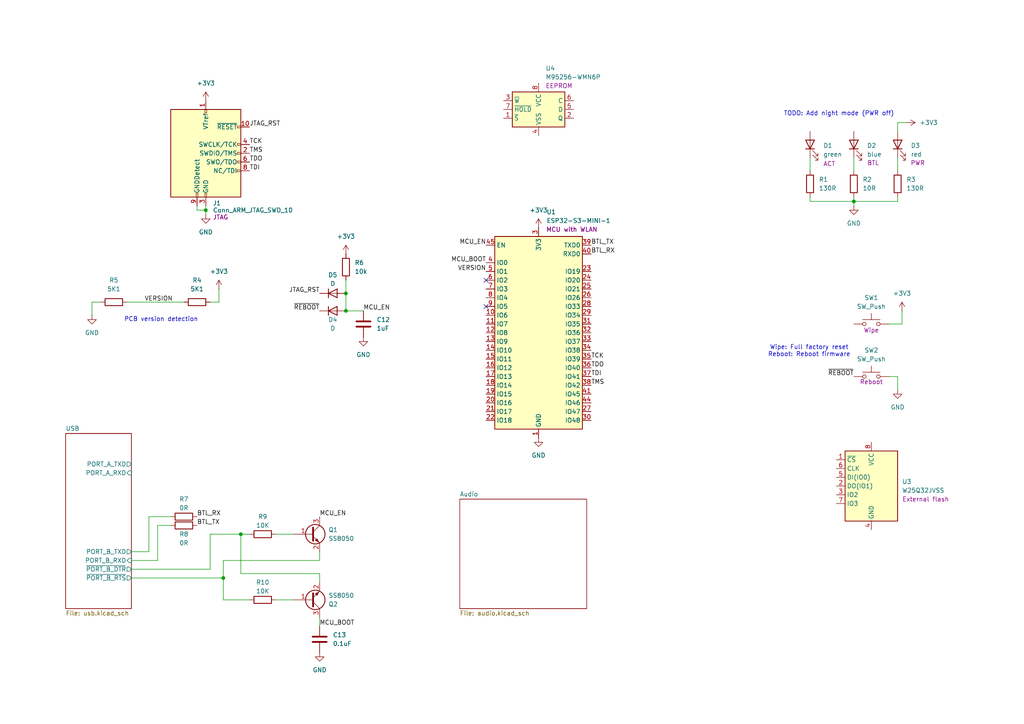
<source format=kicad_sch>
(kicad_sch (version 20231120) (generator "eeschema") (generator_version "8.0")
  (paper "A4")
  (title_block (title "soundbox"))
  (lib_symbols
    (symbol "Connector:Conn_ARM_JTAG_SWD_10" (pin_names (offset 1.016))
      (property "Reference" "J" (at -2.54 16.51 0))
      (property "Value" "Conn_ARM_JTAG_SWD_10" (at -2.54 13.97 0))
      (symbol "Conn_ARM_JTAG_SWD_10_0_1"
        (rectangle (start -10.16 12.7) (end 10.16 -12.7) (stroke (width 0.254)) (fill (type background)))
        (rectangle (start -2.794 -12.7) (end -2.286 -11.684))
        (rectangle (start -0.254 -12.7) (end 0.254 -11.684))
        (rectangle (start -0.254 12.7) (end 0.254 11.684))
        (rectangle (start 9.144 2.286) (end 10.16 2.794))
        (rectangle (start 10.16 -2.794) (end 9.144 -2.286))
        (rectangle (start 10.16 -0.254) (end 9.144 0.254))
        (rectangle (start 10.16 7.874) (end 9.144 7.366))
      )
      (symbol "Conn_ARM_JTAG_SWD_10_1_1"
        (rectangle (start 9.144 -5.334) (end 10.16 -4.826))
        (pin power_in line (at 0 15.24 270) (length 2.54) (name "VTref") (number "1"))
        (pin open_collector line (at 12.7 7.62 180) (length 2.54) (name "~{RESET}") (number "10"))
        (pin bidirectional line (at 12.7 0 180) (length 2.54) (name "SWDIO/TMS") (number "2"))
        (pin power_in line (at 0 -15.24 90) (length 2.54) (name "GND") (number "3"))
        (pin output line (at 12.7 2.54 180) (length 2.54) (name "SWCLK/TCK") (number "4"))
        (pin passive line (at 0 -15.24 90) (length 2.54) hide (name "GND") (number "5"))
        (pin input line (at 12.7 -2.54 180) (length 2.54) (name "SWO/TDO") (number "6"))
        (pin no_connect line (at -10.16 0 0) (length 2.54) hide (name "KEY") (number "7"))
        (pin output line (at 12.7 -5.08 180) (length 2.54) (name "NC/TDI") (number "8"))
        (pin passive line (at -2.54 -15.24 90) (length 2.54) (name "GNDDetect") (number "9"))
      )
    )
    (symbol "Device:C" (pin_numbers hide) (pin_names (offset 0.254))
      (property "Reference" "C" (at 0.635 2.54 0))
      (property "Value" "C" (at 0.635 -2.54 0))
      (symbol "C_0_1"
        (polyline (pts (xy -2.032 -0.762) (xy 2.032 -0.762)) (stroke (width 0.508)))
        (polyline (pts (xy -2.032 0.762) (xy 2.032 0.762)) (stroke (width 0.508)))
      )
      (symbol "C_1_1"
        (pin passive line (at 0 3.81 270) (length 2.794) (name "~") (number "1"))
        (pin passive line (at 0 -3.81 90) (length 2.794) (name "~") (number "2"))
      )
    )
    (symbol "Device:D" (pin_numbers hide) (pin_names (offset 1.016) hide)
      (property "Reference" "D" (at 0 2.54 0))
      (property "Value" "D" (at 0 -2.54 0))
      (symbol "D_0_1"
        (polyline (pts (xy -1.27 1.27) (xy -1.27 -1.27)) (stroke (width 0.254)))
        (polyline (pts (xy 1.27 0) (xy -1.27 0)))
        (polyline (pts (xy 1.27 1.27) (xy 1.27 -1.27) (xy -1.27 0) (xy 1.27 1.27)) (stroke (width 0.254)))
      )
      (symbol "D_1_1"
        (pin passive line (at -3.81 0 0) (length 2.54) (name "K") (number "1"))
        (pin passive line (at 3.81 0 180) (length 2.54) (name "A") (number "2"))
      )
    )
    (symbol "Device:LED" (pin_numbers hide) (pin_names (offset 1.016) hide)
      (property "Reference" "D" (at 0 2.54 0))
      (property "Value" "LED" (at 0 -2.54 0))
      (symbol "LED_0_1"
        (polyline (pts (xy -1.27 -1.27) (xy -1.27 1.27)) (stroke (width 0.254)))
        (polyline (pts (xy -1.27 0) (xy 1.27 0)))
        (polyline (pts (xy 1.27 -1.27) (xy 1.27 1.27) (xy -1.27 0) (xy 1.27 -1.27)) (stroke (width 0.254)))
        (polyline (pts (xy -3.048 -0.762) (xy -4.572 -2.286) (xy -3.81 -2.286) (xy -4.572 -2.286) (xy -4.572 -1.524)))
        (polyline (pts (xy -1.778 -0.762) (xy -3.302 -2.286) (xy -2.54 -2.286) (xy -3.302 -2.286) (xy -3.302 -1.524)))
      )
      (symbol "LED_1_1"
        (pin passive line (at -3.81 0 0) (length 2.54) (name "K") (number "1"))
        (pin passive line (at 3.81 0 180) (length 2.54) (name "A") (number "2"))
      )
    )
    (symbol "Device:R" (pin_numbers hide) (pin_names (offset 0))
      (property "Reference" "R" (at 2.032 0 90))
      (property "Value" "R" (at 0 0 90))
      (symbol "R_0_1"
        (rectangle (start -1.016 -2.54) (end 1.016 2.54) (stroke (width 0.254)))
      )
      (symbol "R_1_1"
        (pin passive line (at 0 3.81 270) (length 1.27) (name "~") (number "1"))
        (pin passive line (at 0 -3.81 90) (length 1.27) (name "~") (number "2"))
      )
    )
    (symbol "Memory_EEPROM:M95256-WMN6P"
      (property "Reference" "U" (at -7.62 6.35 0))
      (property "Value" "M95256-WMN6P" (at 2.54 -6.35 0))
      (symbol "M95256-WMN6P_1_1"
        (rectangle (start -7.62 5.08) (end 7.62 -5.08) (stroke (width 0.254)) (fill (type background)))
        (pin input line (at -10.16 -2.54 0) (length 2.54) (name "~{S}") (number "1"))
        (pin output line (at 10.16 -2.54 180) (length 2.54) (name "Q") (number "2"))
        (pin input line (at -10.16 2.54 0) (length 2.54) (name "~{W}") (number "3"))
        (pin power_in line (at 0 -7.62 90) (length 2.54) (name "VSS") (number "4"))
        (pin input line (at 10.16 0 180) (length 2.54) (name "D") (number "5"))
        (pin input line (at 10.16 2.54 180) (length 2.54) (name "C") (number "6"))
        (pin input line (at -10.16 0 0) (length 2.54) (name "~{HOLD}") (number "7"))
        (pin power_in line (at 0 7.62 270) (length 2.54) (name "VCC") (number "8"))
      )
    )
    (symbol "Memory_Flash:W25Q32JVSS"
      (property "Reference" "U" (at -6.35 11.43 0))
      (property "Value" "W25Q32JVSS" (at 7.62 11.43 0))
      (symbol "W25Q32JVSS_0_1"
        (rectangle (start -7.62 10.16) (end 7.62 -10.16) (stroke (width 0.254)) (fill (type background)))
      )
      (symbol "W25Q32JVSS_1_1"
        (pin input line (at -10.16 7.62 0) (length 2.54) (name "~{CS}") (number "1"))
        (pin bidirectional line (at -10.16 0 0) (length 2.54) (name "DO(IO1)") (number "2"))
        (pin bidirectional line (at -10.16 -2.54 0) (length 2.54) (name "IO2") (number "3"))
        (pin power_in line (at 0 -12.7 90) (length 2.54) (name "GND") (number "4"))
        (pin bidirectional line (at -10.16 2.54 0) (length 2.54) (name "DI(IO0)") (number "5"))
        (pin input line (at -10.16 5.08 0) (length 2.54) (name "CLK") (number "6"))
        (pin bidirectional line (at -10.16 -5.08 0) (length 2.54) (name "IO3") (number "7"))
        (pin power_in line (at 0 12.7 270) (length 2.54) (name "VCC") (number "8"))
      )
    )
    (symbol "RF_Module:ESP32-S3-MINI-1"
      (property "Reference" "U" (at -11.43 29.21 0))
      (property "Value" "ESP32-S3-MINI-1" (at 12.7 29.21 0))
      (symbol "ESP32-S3-MINI-1_0_1"
        (rectangle (start -12.7 27.94) (end 12.7 -27.94) (stroke (width 0.254)) (fill (type background)))
      )
      (symbol "ESP32-S3-MINI-1_1_1"
        (pin power_in line (at 0 -30.48 90) (length 2.54) (name "GND") (number "1"))
        (pin bidirectional line (at -15.24 5.08 0) (length 2.54) (name "IO6") (number "10"))
        (pin bidirectional line (at -15.24 2.54 0) (length 2.54) (name "IO7") (number "11"))
        (pin bidirectional line (at -15.24 0 0) (length 2.54) (name "IO8") (number "12"))
        (pin bidirectional line (at -15.24 -2.54 0) (length 2.54) (name "IO9") (number "13"))
        (pin bidirectional line (at -15.24 -5.08 0) (length 2.54) (name "IO10") (number "14"))
        (pin bidirectional line (at -15.24 -7.62 0) (length 2.54) (name "IO11") (number "15"))
        (pin bidirectional line (at -15.24 -10.16 0) (length 2.54) (name "IO12") (number "16"))
        (pin bidirectional line (at -15.24 -12.7 0) (length 2.54) (name "IO13") (number "17"))
        (pin bidirectional line (at -15.24 -15.24 0) (length 2.54) (name "IO14") (number "18"))
        (pin bidirectional line (at -15.24 -17.78 0) (length 2.54) (name "IO15") (number "19"))
        (pin passive line (at 0 -30.48 90) (length 2.54) hide (name "GND") (number "2"))
        (pin bidirectional line (at -15.24 -20.32 0) (length 2.54) (name "IO16") (number "20"))
        (pin bidirectional line (at -15.24 -22.86 0) (length 2.54) (name "IO17") (number "21"))
        (pin bidirectional line (at -15.24 -25.4 0) (length 2.54) (name "IO18") (number "22"))
        (pin bidirectional line (at 15.24 17.78 180) (length 2.54) (name "IO19") (number "23"))
        (pin bidirectional line (at 15.24 15.24 180) (length 2.54) (name "IO20") (number "24"))
        (pin bidirectional line (at 15.24 12.7 180) (length 2.54) (name "IO21") (number "25"))
        (pin bidirectional line (at 15.24 10.16 180) (length 2.54) (name "IO26") (number "26"))
        (pin bidirectional line (at 15.24 -22.86 180) (length 2.54) (name "IO47") (number "27"))
        (pin bidirectional line (at 15.24 7.62 180) (length 2.54) (name "IO33") (number "28"))
        (pin bidirectional line (at 15.24 5.08 180) (length 2.54) (name "IO34") (number "29"))
        (pin power_in line (at 0 30.48 270) (length 2.54) (name "3V3") (number "3"))
        (pin bidirectional line (at 15.24 -25.4 180) (length 2.54) (name "IO48") (number "30"))
        (pin bidirectional line (at 15.24 2.54 180) (length 2.54) (name "IO35") (number "31"))
        (pin bidirectional line (at 15.24 0 180) (length 2.54) (name "IO36") (number "32"))
        (pin bidirectional line (at 15.24 -2.54 180) (length 2.54) (name "IO37") (number "33"))
        (pin bidirectional line (at 15.24 -5.08 180) (length 2.54) (name "IO38") (number "34"))
        (pin bidirectional line (at 15.24 -7.62 180) (length 2.54) (name "IO39") (number "35"))
        (pin bidirectional line (at 15.24 -10.16 180) (length 2.54) (name "IO40") (number "36"))
        (pin bidirectional line (at 15.24 -12.7 180) (length 2.54) (name "IO41") (number "37"))
        (pin bidirectional line (at 15.24 -15.24 180) (length 2.54) (name "IO42") (number "38"))
        (pin bidirectional line (at 15.24 25.4 180) (length 2.54) (name "TXD0") (number "39"))
        (pin bidirectional line (at -15.24 20.32 0) (length 2.54) (name "IO0") (number "4"))
        (pin bidirectional line (at 15.24 22.86 180) (length 2.54) (name "RXD0") (number "40"))
        (pin bidirectional line (at 15.24 -17.78 180) (length 2.54) (name "IO45") (number "41"))
        (pin passive line (at 0 -30.48 90) (length 2.54) hide (name "GND") (number "42"))
        (pin passive line (at 0 -30.48 90) (length 2.54) hide (name "GND") (number "43"))
        (pin bidirectional line (at 15.24 -20.32 180) (length 2.54) (name "IO46") (number "44"))
        (pin input line (at -15.24 25.4 0) (length 2.54) (name "EN") (number "45"))
        (pin passive line (at 0 -30.48 90) (length 2.54) hide (name "GND") (number "46"))
        (pin passive line (at 0 -30.48 90) (length 2.54) hide (name "GND") (number "47"))
        (pin passive line (at 0 -30.48 90) (length 2.54) hide (name "GND") (number "48"))
        (pin passive line (at 0 -30.48 90) (length 2.54) hide (name "GND") (number "49"))
        (pin bidirectional line (at -15.24 17.78 0) (length 2.54) (name "IO1") (number "5"))
        (pin passive line (at 0 -30.48 90) (length 2.54) hide (name "GND") (number "50"))
        (pin passive line (at 0 -30.48 90) (length 2.54) hide (name "GND") (number "51"))
        (pin passive line (at 0 -30.48 90) (length 2.54) hide (name "GND") (number "52"))
        (pin passive line (at 0 -30.48 90) (length 2.54) hide (name "GND") (number "53"))
        (pin passive line (at 0 -30.48 90) (length 2.54) hide (name "GND") (number "54"))
        (pin passive line (at 0 -30.48 90) (length 2.54) hide (name "GND") (number "55"))
        (pin passive line (at 0 -30.48 90) (length 2.54) hide (name "GND") (number "56"))
        (pin passive line (at 0 -30.48 90) (length 2.54) hide (name "GND") (number "57"))
        (pin passive line (at 0 -30.48 90) (length 2.54) hide (name "GND") (number "58"))
        (pin passive line (at 0 -30.48 90) (length 2.54) hide (name "GND") (number "59"))
        (pin bidirectional line (at -15.24 15.24 0) (length 2.54) (name "IO2") (number "6"))
        (pin passive line (at 0 -30.48 90) (length 2.54) hide (name "GND") (number "60"))
        (pin passive line (at 0 -30.48 90) (length 2.54) hide (name "GND") (number "61"))
        (pin passive line (at 0 -30.48 90) (length 2.54) hide (name "GND") (number "62"))
        (pin passive line (at 0 -30.48 90) (length 2.54) hide (name "GND") (number "63"))
        (pin passive line (at 0 -30.48 90) (length 2.54) hide (name "GND") (number "64"))
        (pin passive line (at 0 -30.48 90) (length 2.54) hide (name "GND") (number "65"))
        (pin bidirectional line (at -15.24 12.7 0) (length 2.54) (name "IO3") (number "7"))
        (pin bidirectional line (at -15.24 10.16 0) (length 2.54) (name "IO4") (number "8"))
        (pin bidirectional line (at -15.24 7.62 0) (length 2.54) (name "IO5") (number "9"))
      )
    )
    (symbol "Switch:SW_Push" (pin_numbers hide) (pin_names (offset 1.016) hide)
      (property "Reference" "SW" (at 1.27 2.54 0))
      (property "Value" "SW_Push" (at 0 -1.524 0))
      (symbol "SW_Push_0_1"
        (circle (center -2.032 0) (radius 0.508))
        (polyline (pts (xy 0 1.27) (xy 0 3.048)))
        (polyline (pts (xy 2.54 1.27) (xy -2.54 1.27)))
        (circle (center 2.032 0) (radius 0.508))
        (pin passive line (at -5.08 0 0) (length 2.54) (name "1") (number "1"))
        (pin passive line (at 5.08 0 180) (length 2.54) (name "2") (number "2"))
      )
    )
    (symbol "Transistor_BJT:SS8050" (pin_names (offset 0) hide)
      (property "Reference" "Q" (at 5.08 1.905 0))
      (property "Value" "SS8050" (at 5.08 0 0))
      (symbol "SS8050_0_1"
        (polyline (pts (xy 0.635 0.635) (xy 2.54 2.54)))
        (polyline (pts (xy 0.635 -0.635) (xy 2.54 -2.54) (xy 2.54 -2.54)))
        (polyline (pts (xy 0.635 1.905) (xy 0.635 -1.905) (xy 0.635 -1.905)) (stroke (width 0.508)))
        (polyline (pts (xy 1.27 -1.778) (xy 1.778 -1.27) (xy 2.286 -2.286) (xy 1.27 -1.778) (xy 1.27 -1.778)) (fill (type outline)))
        (circle (center 1.27 0) (radius 2.8194) (stroke (width 0.254)))
      )
      (symbol "SS8050_1_1"
        (pin input line (at -5.08 0 0) (length 5.715) (name "B") (number "1"))
        (pin passive line (at 2.54 -5.08 90) (length 2.54) (name "E") (number "2"))
        (pin passive line (at 2.54 5.08 270) (length 2.54) (name "C") (number "3"))
      )
    )
    (symbol "power:+3V3" (power) (pin_numbers hide) (pin_names (offset 0) hide)
      (property "Value" "+3V3" (at 0 3.556 0))
      (symbol "+3V3_0_1"
        (polyline (pts (xy -0.762 1.27) (xy 0 2.54)))
        (polyline (pts (xy 0 0) (xy 0 2.54)))
        (polyline (pts (xy 0 2.54) (xy 0.762 1.27)))
      )
      (symbol "+3V3_1_1"
        (pin power_in line (at 0 0 90) (length 0) (name "~") (number "1"))
      )
    )
    (symbol "power:GND" (power) (pin_numbers hide) (pin_names (offset 0) hide)
      (property "Value" "GND" (at 0 -3.81 0))
      (symbol "GND_0_1"
        (polyline (pts (xy 0 0) (xy 0 -1.27) (xy 1.27 -1.27) (xy 0 -2.54) (xy -1.27 -1.27) (xy 0 -1.27)))
      )
      (symbol "GND_1_1"
        (pin power_in line (at 0 0 270) (length 0) (name "~") (number "1"))
      )
    )
  )
  (junction (at 100.33 90.17))
  (junction (at 59.69 60.96))
  (junction (at 100.33 85.09))
  (junction (at 247.65 58.42))
  (junction (at 64.77 167.64))
  (junction (at 69.85 154.94))
  (no_connect (at 140.97 88.9))
  (no_connect (at 140.97 81.28))
  (wire (pts (xy 260.35 57.15) (xy 260.35 58.42)))
  (wire (pts (xy 45.72 152.4) (xy 49.53 152.4)))
  (wire (pts (xy 60.96 154.94) (xy 69.85 154.94)))
  (wire (pts (xy 80.01 154.94) (xy 85.09 154.94)))
  (wire (pts (xy 38.1 165.1) (xy 60.96 165.1)))
  (wire (pts (xy 64.77 167.64) (xy 64.77 173.99)))
  (wire (pts (xy 64.77 162.56) (xy 64.77 167.64)))
  (wire (pts (xy 38.1 167.64) (xy 64.77 167.64)))
  (wire (pts (xy 234.95 58.42) (xy 247.65 58.42)))
  (wire (pts (xy 234.95 45.72) (xy 234.95 49.53)))
  (wire (pts (xy 92.71 160.02) (xy 92.71 162.56)))
  (wire (pts (xy 60.96 165.1) (xy 60.96 154.94)))
  (wire (pts (xy 36.83 87.63) (xy 53.34 87.63)))
  (wire (pts (xy 57.15 59.69) (xy 57.15 60.96)))
  (wire (pts (xy 260.35 109.22) (xy 260.35 113.03)))
  (wire (pts (xy 257.81 93.98) (xy 261.62 93.98)))
  (wire (pts (xy 69.85 154.94) (xy 72.39 154.94)))
  (wire (pts (xy 257.81 109.22) (xy 260.35 109.22)))
  (wire (pts (xy 26.67 87.63) (xy 29.21 87.63)))
  (wire (pts (xy 261.62 90.17) (xy 261.62 93.98)))
  (wire (pts (xy 59.69 62.23) (xy 59.69 60.96)))
  (wire (pts (xy 92.71 168.91) (xy 92.71 166.37)))
  (wire (pts (xy 80.01 173.99) (xy 85.09 173.99)))
  (wire (pts (xy 64.77 173.99) (xy 72.39 173.99)))
  (wire (pts (xy 38.1 160.02) (xy 43.18 160.02)))
  (wire (pts (xy 92.71 179.07) (xy 92.71 181.61)))
  (wire (pts (xy 59.69 60.96) (xy 57.15 60.96)))
  (wire (pts (xy 100.33 85.09) (xy 100.33 90.17)))
  (wire (pts (xy 260.35 35.56) (xy 262.89 35.56)))
  (wire (pts (xy 247.65 58.42) (xy 247.65 59.69)))
  (wire (pts (xy 100.33 90.17) (xy 105.41 90.17)))
  (wire (pts (xy 260.35 38.1) (xy 260.35 35.56)))
  (wire (pts (xy 43.18 149.86) (xy 49.53 149.86)))
  (wire (pts (xy 63.5 87.63) (xy 63.5 83.82)))
  (wire (pts (xy 100.33 81.28) (xy 100.33 85.09)))
  (wire (pts (xy 92.71 162.56) (xy 64.77 162.56)))
  (wire (pts (xy 43.18 160.02) (xy 43.18 149.86)))
  (wire (pts (xy 92.71 166.37) (xy 69.85 166.37)))
  (wire (pts (xy 38.1 162.56) (xy 45.72 162.56)))
  (wire (pts (xy 45.72 162.56) (xy 45.72 152.4)))
  (wire (pts (xy 69.85 166.37) (xy 69.85 154.94)))
  (wire (pts (xy 26.67 91.44) (xy 26.67 87.63)))
  (wire (pts (xy 60.96 87.63) (xy 63.5 87.63)))
  (wire (pts (xy 247.65 45.72) (xy 247.65 49.53)))
  (wire (pts (xy 260.35 45.72) (xy 260.35 49.53)))
  (wire (pts (xy 247.65 57.15) (xy 247.65 58.42)))
  (wire (pts (xy 59.69 59.69) (xy 59.69 60.96)))
  (wire (pts (xy 247.65 58.42) (xy 260.35 58.42)))
  (wire (pts (xy 234.95 57.15) (xy 234.95 58.42)))
  (text "Wipe: Full factory reset\nReboot: Reboot firmware" (at 234.696 101.854 0) (effects (font (size 1.27 1.27))))
  (text "TODO: Add night mode (PWR off)" (at 243.332 33.02 0) (effects (font (size 1.27 1.27))))
  (text "PCB version detection" (at 46.736 92.71 0) (effects (font (size 1.27 1.27))))
  (label "VERSION" (at 41.91 87.63 0))
  (label "TCK" (at 72.39 41.91 0))
  (label "~{REBOOT}" (at 92.71 90.17 180))
  (label "~{REBOOT}" (at 247.65 109.22 180))
  (label "TDI" (at 171.45 109.22 0))
  (label "BTL_RX" (at 171.45 73.66 0))
  (label "TDO" (at 171.45 106.68 0))
  (label "JTAG_RST" (at 92.71 85.09 180))
  (label "MCU_EN" (at 140.97 71.12 180))
  (label "MCU_EN" (at 92.71 149.86 0))
  (label "MCU_BOOT" (at 92.71 181.61 0))
  (label "MCU_BOOT" (at 140.97 76.2 180))
  (label "BTL_RX" (at 57.15 149.86 0))
  (label "JTAG_RST" (at 72.39 36.83 0))
  (label "MCU_EN" (at 105.41 90.17 0))
  (label "TCK" (at 171.45 104.14 0))
  (label "TDO" (at 72.39 46.99 0))
  (label "BTL_TX" (at 171.45 71.12 0))
  (label "BTL_TX" (at 57.15 152.4 0))
  (label "TMS" (at 72.39 44.45 0))
  (label "TMS" (at 171.45 111.76 0))
  (label "VERSION" (at 140.97 78.74 180))
  (label "TDI" (at 72.39 49.53 0))
  (symbol (lib_id "power:GND") (at 156.21 127 0) (unit 1)
    (property "Reference" "#PWR015" (effects (hide yes)))
    (property "Value" "GND" (at 156.21 132.08 0))
    (property "Description" "Power symbol creates a global label with name \"GND\" , ground" (effects (hide yes)))
  )
  (symbol (lib_id "power:GND") (at 247.65 59.69 0) (unit 1)
    (property "Reference" "#PWR012" (effects (hide yes)))
    (property "Value" "GND" (at 247.65 64.77 0))
    (property "Description" "Power symbol creates a global label with name \"GND\" , ground" (effects (hide yes)))
  )
  (symbol (lib_id "Device:R") (at 76.2 154.94 270) (unit 1)
    (property "Reference" "R9" (at 76.2 149.86 90))
    (property "Value" "10K" (at 76.2 152.4 90))
    (property "Description" "Resistor" (effects (hide yes)))
  )
  (symbol (lib_id "power:GND") (at 26.67 91.44 0) (unit 1)
    (property "Reference" "#PWR01" (effects (hide yes)))
    (property "Value" "GND" (at 26.67 96.52 0))
    (property "Description" "Power symbol creates a global label with name \"GND\" , ground" (effects (hide yes)))
  )
  (symbol (lib_id "RF_Module:ESP32-S3-MINI-1") (at 156.21 96.52 0) (unit 1)
    (property "Reference" "U1" (at 158.496 61.468 0) (effects (justify left)))
    (property "Value" "ESP32-S3-MINI-1" (at 158.496 64.008 0) (effects (justify left)))
    (property "Footprint" "RF_Module:ESP32-S2-MINI-1" (effects (hide yes)))
    (property "Datasheet" "https://www.espressif.com/sites/default/files/documentation/esp32-s3-mini-1_mini-1u_datasheet_en.pdf" (effects (hide yes)))
    (property "Description" "MCU with WLAN" (at 165.862 66.548 0))
    (property "MPN" "ESP32-S3-MINI-1-N8" (effects (hide yes)))
    (property "Manufacturer" "Espressif Systems" (effects (hide yes)))
  )
  (symbol (lib_id "Memory_Flash:W25Q32JVSS") (at 252.73 140.97 0) (unit 1)
    (property "Reference" "U3" (at 261.62 139.6999 0) (effects (justify left)))
    (property "Value" "W25Q32JVSS" (at 261.62 142.2399 0) (effects (justify left)))
    (property "Footprint" "Package_SO:SOIC-8_5.23x5.23mm_P1.27mm" (effects (hide yes)))
    (property "Datasheet" "http://www.winbond.com/resource-files/w25q32jv%20revg%2003272018%20plus.pdf" (effects (hide yes)))
    (property "Description" "External flash" (at 268.478 144.78 0))
    (property "MPN" "W25Q32JVSSIQ" (effects (hide yes)))
    (property "Manufacturer" "Winbond Electronics" (effects (hide yes)))
  )
  (symbol (lib_id "Connector:Conn_ARM_JTAG_SWD_10") (at 59.69 44.45 0) (unit 1)
    (property "Reference" "J1" (at 61.722 58.928 0) (effects (justify left)))
    (property "Value" "Conn_ARM_JTAG_SWD_10" (at 61.722 60.96 0) (effects (justify left)))
    (property "Datasheet" "https://mm.digikey.com/Volume0/opasdata/d220001/medias/docus/6209/ftsh-1xx-xx-xxx-dv-xxx-xxx-x-xx-mkt.pdf" (effects (hide yes)))
    (property "Description" "JTAG" (at 61.722 62.992 0) (effects (justify left)))
    (property "MPN" "FTSH-105-01-L-DV-007-K-TR" (effects (hide yes)))
    (property "Manufacturer" "samtec" (effects (hide yes)))
  )
  (symbol (lib_id "Switch:SW_Push") (at 252.73 109.22 0) (unit 1)
    (property "Reference" "SW2" (at 252.73 101.6 0))
    (property "Value" "SW_Push" (at 252.73 104.14 0))
    (property "Footprint" "Button_Switch_SMD:SW_SPST_TL3305B" (effects (hide yes)))
    (property "Datasheet" "https://www.e-switch.com/wp-content/uploads/2024/08/TL3305.pdf" (effects (hide yes)))
    (property "Description" "Reboot" (at 252.73 110.744 0))
    (property "MPN" "TL3305BF260QG" (effects (hide yes)))
    (property "Manufacturer" "E-Switch" (effects (hide yes)))
  )
  (symbol (lib_id "Device:R") (at 76.2 173.99 270) (unit 1)
    (property "Reference" "R10" (at 76.2 168.91 90))
    (property "Value" "10K" (at 76.2 171.45 90))
    (property "Description" "Resistor" (effects (hide yes)))
  )
  (symbol (lib_id "power:+3V3") (at 59.69 29.21 0) (unit 1)
    (property "Reference" "#PWR016" (effects (hide yes)))
    (property "Value" "+3V3" (at 59.69 24.13 0))
    (property "Description" "Power symbol creates a global label with name \"+3V3\"" (effects (hide yes)))
  )
  (symbol (lib_id "power:+3V3") (at 156.21 66.04 0) (unit 1)
    (property "Reference" "#PWR014" (effects (hide yes)))
    (property "Value" "+3V3" (at 156.21 60.96 0))
    (property "Description" "Power symbol creates a global label with name \"+3V3\"" (effects (hide yes)))
  )
  (symbol (lib_id "Device:R") (at 100.33 77.47 0) (unit 1)
    (property "Reference" "R6" (at 102.87 76.1999 0) (effects (justify left)))
    (property "Value" "10k" (at 102.87 78.7399 0) (effects (justify left)))
    (property "Description" "Resistor" (effects (hide yes)))
  )
  (symbol (lib_id "power:+3V3") (at 63.5 83.82 0) (unit 1)
    (property "Reference" "#PWR02" (effects (hide yes)))
    (property "Value" "+3V3" (at 63.5 78.74 0))
    (property "Description" "Power symbol creates a global label with name \"+3V3\"" (effects (hide yes)))
  )
  (symbol (lib_id "Device:R") (at 260.35 53.34 0) (unit 1)
    (property "Reference" "R3" (at 262.89 52.0699 0) (effects (justify left)))
    (property "Value" "130R" (at 262.89 54.6099 0) (effects (justify left)))
    (property "Footprint" "Resistor_SMD:R_0603_1608Metric" (effects (hide yes)))
    (property "Datasheet" "https://industrial.panasonic.com/cdbs/www-data/pdf/RDA0000/AOA0000C304.pdf" (effects (hide yes)))
    (property "Description" "Resistor" (effects (hide yes)))
    (property "MPN" "ERJ-3EKF1300V" (effects (hide yes)))
    (property "Manufacturer" "Panasonic Electronic Components" (effects (hide yes)))
  )
  (symbol (lib_id "Device:R") (at 53.34 152.4 90) (mirror x) (unit 1)
    (property "Reference" "R8" (at 53.34 154.94 90))
    (property "Value" "0R" (at 53.34 157.48 90))
    (property "Description" "Resistor" (effects (hide yes)))
  )
  (symbol (lib_id "Switch:SW_Push") (at 252.73 93.98 0) (unit 1)
    (property "Reference" "SW1" (at 252.73 86.36 0))
    (property "Value" "SW_Push" (at 252.73 88.9 0))
    (property "Footprint" "Button_Switch_SMD:SW_SPST_TL3305B" (effects (hide yes)))
    (property "Datasheet" "https://www.e-switch.com/wp-content/uploads/2024/08/TL3305.pdf" (effects (hide yes)))
    (property "Description" "Wipe" (at 252.73 95.758 0))
    (property "MPN" "TL3305BF260QG" (effects (hide yes)))
    (property "Manufacturer" "E-Switch" (effects (hide yes)))
  )
  (symbol (lib_id "power:+3V3") (at 100.33 73.66 0) (unit 1)
    (property "Reference" "#PWR018" (effects (hide yes)))
    (property "Value" "+3V3" (at 100.33 68.58 0))
    (property "Description" "Power symbol creates a global label with name \"+3V3\"" (effects (hide yes)))
  )
  (symbol (lib_id "Device:D") (at 96.52 90.17 0) (unit 1)
    (property "Reference" "D4" (at 96.52 92.71 0))
    (property "Value" "D" (at 96.52 95.25 0))
    (property "Description" "Diode" (effects (hide yes)))
    (property "Sim.Device" "D" (effects (hide yes)))
    (property "Sim.Pins" "1=K 2=A" (effects (hide yes)))
  )
  (symbol (lib_id "Device:R") (at 247.65 53.34 0) (unit 1)
    (property "Reference" "R2" (at 250.19 52.0699 0) (effects (justify left)))
    (property "Value" "10R" (at 250.19 54.6099 0) (effects (justify left)))
    (property "Footprint" "Resistor_SMD:R_0603_1608Metric" (effects (hide yes)))
    (property "Datasheet" "https://industrial.panasonic.com/cdbs/www-data/pdf/RDO0000/AOA0000C331.pdf" (effects (hide yes)))
    (property "Description" "Resistor" (effects (hide yes)))
    (property "MPN" "ERJ-PA3F10R0V" (effects (hide yes)))
    (property "Manufacturer" "Panasonic Electronic Components" (effects (hide yes)))
  )
  (symbol (lib_id "Transistor_BJT:SS8050") (at 90.17 154.94 0) (unit 1)
    (property "Reference" "Q1" (at 95.25 153.6699 0) (effects (justify left)))
    (property "Value" "SS8050" (at 95.25 156.2099 0) (effects (justify left)))
    (property "Footprint" "Package_TO_SOT_SMD:SOT-23" (effects (hide yes)))
    (property "Datasheet" "http://www.secosgmbh.com/datasheet/products/SSMPTransistor/SOT-23/SS8050.pdf" (effects (hide yes)))
    (property "Description" "General Purpose NPN Transistor, 1.5A Ic, 25V Vce, SOT-23" (effects (hide yes)))
  )
  (symbol (lib_id "power:+3V3") (at 261.62 90.17 0) (unit 1)
    (property "Reference" "#PWR011" (effects (hide yes)))
    (property "Value" "+3V3" (at 261.62 85.09 0))
    (property "Description" "Power symbol creates a global label with name \"+3V3\"" (effects (hide yes)))
  )
  (symbol (lib_id "power:GND") (at 59.69 62.23 0) (unit 1)
    (property "Reference" "#PWR017" (effects (hide yes)))
    (property "Value" "GND" (at 59.69 67.31 0))
    (property "Description" "Power symbol creates a global label with name \"GND\" , ground" (effects (hide yes)))
  )
  (symbol (lib_id "power:GND") (at 105.41 97.79 0) (unit 1)
    (property "Reference" "#PWR020" (effects (hide yes)))
    (property "Value" "GND" (at 105.41 102.87 0))
    (property "Description" "Power symbol creates a global label with name \"GND\" , ground" (effects (hide yes)))
  )
  (symbol (lib_id "power:GND") (at 92.71 189.23 0) (unit 1)
    (property "Reference" "#PWR021" (effects (hide yes)))
    (property "Value" "GND" (at 92.71 194.31 0))
    (property "Description" "Power symbol creates a global label with name \"GND\" , ground" (effects (hide yes)))
  )
  (symbol (lib_id "Transistor_BJT:SS8050") (at 90.17 173.99 0) (mirror x) (unit 1)
    (property "Reference" "Q2" (at 95.25 175.2601 0) (effects (justify left)))
    (property "Value" "SS8050" (at 95.25 172.7201 0) (effects (justify left)))
    (property "Footprint" "Package_TO_SOT_SMD:SOT-23" (effects (hide yes)))
    (property "Datasheet" "http://www.secosgmbh.com/datasheet/products/SSMPTransistor/SOT-23/SS8050.pdf" (effects (hide yes)))
    (property "Description" "General Purpose NPN Transistor, 1.5A Ic, 25V Vce, SOT-23" (effects (hide yes)))
  )
  (symbol (lib_id "Device:R") (at 53.34 149.86 90) (mirror x) (unit 1)
    (property "Reference" "R7" (at 53.34 144.78 90))
    (property "Value" "0R" (at 53.34 147.32 90))
    (property "Description" "Resistor" (effects (hide yes)))
  )
  (symbol (lib_id "Device:D") (at 96.52 85.09 0) (unit 1)
    (property "Reference" "D5" (at 96.52 79.756 0))
    (property "Value" "D" (at 96.52 82.296 0))
    (property "Description" "Diode" (effects (hide yes)))
    (property "Sim.Device" "D" (effects (hide yes)))
    (property "Sim.Pins" "1=K 2=A" (effects (hide yes)))
  )
  (symbol (lib_id "Device:C") (at 92.71 185.42 0) (unit 1)
    (property "Reference" "C13" (at 96.52 184.1499 0) (effects (justify left)))
    (property "Value" "0.1uF" (at 96.52 186.6899 0) (effects (justify left)))
    (property "Description" "Unpolarized capacitor" (effects (hide yes)))
  )
  (symbol (lib_id "Device:R") (at 33.02 87.63 270) (unit 1)
    (property "Reference" "R5" (at 33.02 81.28 90))
    (property "Value" "5K1" (at 33.02 83.82 90))
    (property "Footprint" "Resistor_SMD:R_0603_1608Metric" (effects (hide yes)))
    (property "Datasheet" "https://industrial.panasonic.com/cdbs/www-data/pdf/RDA0000/AOA0000C304.pdf" (effects (hide yes)))
    (property "Description" "Resistor" (effects (hide yes)))
    (property "MPN" "ERJ-3EKF5101V" (effects (hide yes)))
    (property "Manufacturer" "Panasonic Electronic Components" (effects (hide yes)))
  )
  (symbol (lib_id "Device:LED") (at 234.95 41.91 90) (unit 1)
    (property "Reference" "D1" (at 238.76 42.2274 90) (effects (justify right)))
    (property "Value" "green" (at 238.76 44.7674 90) (effects (justify right)))
    (property "Footprint" "LED_SMD:LED_1206_3216Metric" (effects (hide yes)))
    (property "Datasheet" "https://s3-us-west-2.amazonaws.com/catsy.557/Dialight_CBI_data_598-1206_Apr2018.pdf" (effects (hide yes)))
    (property "Description" "ACT" (at 240.538 47.498 90))
    (property "MPN" "598-8270-107F" (effects (hide yes)))
    (property "Manufacturer" "Dialight" (effects (hide yes)))
  )
  (symbol (lib_id "Device:R") (at 57.15 87.63 90) (unit 1)
    (property "Reference" "R4" (at 57.15 81.28 90))
    (property "Value" "5K1" (at 57.15 83.82 90))
    (property "Footprint" "Resistor_SMD:R_0603_1608Metric" (effects (hide yes)))
    (property "Datasheet" "https://industrial.panasonic.com/cdbs/www-data/pdf/RDA0000/AOA0000C304.pdf" (effects (hide yes)))
    (property "Description" "Resistor" (effects (hide yes)))
    (property "MPN" "ERJ-3EKF5101V" (effects (hide yes)))
    (property "Manufacturer" "Panasonic Electronic Components" (effects (hide yes)))
  )
  (symbol (lib_id "Device:R") (at 234.95 53.34 0) (unit 1)
    (property "Reference" "R1" (at 237.49 52.0699 0) (effects (justify left)))
    (property "Value" "130R" (at 237.49 54.6099 0) (effects (justify left)))
    (property "Footprint" "Resistor_SMD:R_0603_1608Metric" (effects (hide yes)))
    (property "Datasheet" "https://industrial.panasonic.com/cdbs/www-data/pdf/RDA0000/AOA0000C304.pdf" (effects (hide yes)))
    (property "Description" "Resistor" (effects (hide yes)))
    (property "MPN" "ERJ-3EKF1300V" (effects (hide yes)))
    (property "Manufacturer" "Panasonic Electronic Components" (effects (hide yes)))
  )
  (symbol (lib_id "Device:C") (at 105.41 93.98 0) (unit 1)
    (property "Reference" "C12" (at 109.22 92.7099 0) (effects (justify left)))
    (property "Value" "1uF" (at 109.22 95.2499 0) (effects (justify left)))
    (property "Description" "Unpolarized capacitor" (effects (hide yes)))
  )
  (symbol (lib_id "Memory_EEPROM:M95256-WMN6P") (at 156.21 31.75 0) (unit 1)
    (property "Reference" "U4" (at 158.242 19.812 0) (effects (justify left)))
    (property "Value" "M95256-WMN6P" (at 158.242 22.352 0) (effects (justify left)))
    (property "Footprint" "Package_SO:SOIC-8_3.9x4.9mm_P1.27mm" (effects (hide yes)))
    (property "Datasheet" "http://www.st.com/content/ccc/resource/technical/document/datasheet/9d/75/f0/3e/76/00/4c/0b/CD00103810.pdf/files/CD00103810.pdf/jcr:content/translations/en.CD00103810.pdf" (effects (hide yes)))
    (property "Description" "EEPROM" (at 162.1439 24.892 0))
    (property "MPN" "M95256-WMN6P" (effects (hide yes)))
    (property "Manufacturer" "STMicroelectronics" (effects (hide yes)))
  )
  (symbol (lib_id "Device:LED") (at 260.35 41.91 90) (unit 1)
    (property "Reference" "D3" (at 264.16 42.2274 90) (effects (justify right)))
    (property "Value" "red" (at 264.16 44.7674 90) (effects (justify right)))
    (property "Footprint" "LED_SMD:LED_1206_3216Metric" (effects (hide yes)))
    (property "Datasheet" "https://s3-us-west-2.amazonaws.com/catsy.557/Dialight_CBI_data_598-1206_Apr2018.pdf" (effects (hide yes)))
    (property "Description" "PWR" (at 266.192 47.244 90))
    (property "MPN" "598-8210-107F" (effects (hide yes)))
    (property "Manufacturer" "Dialight" (effects (hide yes)))
  )
  (symbol (lib_id "power:GND") (at 260.35 113.03 0) (unit 1)
    (property "Reference" "#PWR019" (effects (hide yes)))
    (property "Value" "GND" (at 260.35 118.11 0))
    (property "Description" "Power symbol creates a global label with name \"GND\" , ground" (effects (hide yes)))
  )
  (symbol (lib_id "power:+3V3") (at 262.89 35.56 270) (unit 1)
    (property "Reference" "#PWR013" (effects (hide yes)))
    (property "Value" "+3V3" (at 266.7 35.5599 90) (effects (justify left)))
    (property "Description" "Power symbol creates a global label with name \"+3V3\"" (effects (hide yes)))
  )
  (symbol (lib_id "Device:LED") (at 247.65 41.91 90) (unit 1)
    (property "Reference" "D2" (at 251.46 42.2274 90) (effects (justify right)))
    (property "Value" "blue" (at 251.46 44.7674 90) (effects (justify right)))
    (property "Footprint" "LED_SMD:LED_1206_3216Metric" (effects (hide yes)))
    (property "Datasheet" "https://s3-us-west-2.amazonaws.com/catsy.557/Dialight_CBI_data_598-1206_Apr2018.pdf" (effects (hide yes)))
    (property "Description" "BTL" (at 253.238 47.244 90))
    (property "MPN" "598-8291-107F" (effects (hide yes)))
    (property "Manufacturer" "Dialight" (effects (hide yes)))
  )
  (sheet (at 19.05 125.73) (size 19.05 50.8) (stroke (width 0.1524))
    (property "Sheetname" "USB" (at 19.05 125.0184 0) (effects (justify left bottom)))
    (property "Sheetfile" "usb.kicad_sch" (at 19.05 177.1146 0) (effects (justify left top)))
    (pin "PORT_A_TXD" output (at 38.1 134.62 0))
    (pin "PORT_A_RXD" input (at 38.1 137.16 0))
    (pin "PORT_B_TXD" output (at 38.1 160.02 0))
    (pin "PORT_B_RXD" input (at 38.1 162.56 0))
    (pin "~{PORT_B_RTS}" output (at 38.1 167.64 0))
    (pin "~{PORT_B_DTR}" output (at 38.1 165.1 0))
  )
  (sheet (at 133.35 144.78) (size 36.83 31.75) (stroke (width 0.1524))
    (property "Sheetname" "Audio" (at 133.35 144.0684 0) (effects (justify left bottom)))
    (property "Sheetfile" "audio.kicad_sch" (at 133.35 177.1146 0) (effects (justify left top)))
  )
)
</source>
